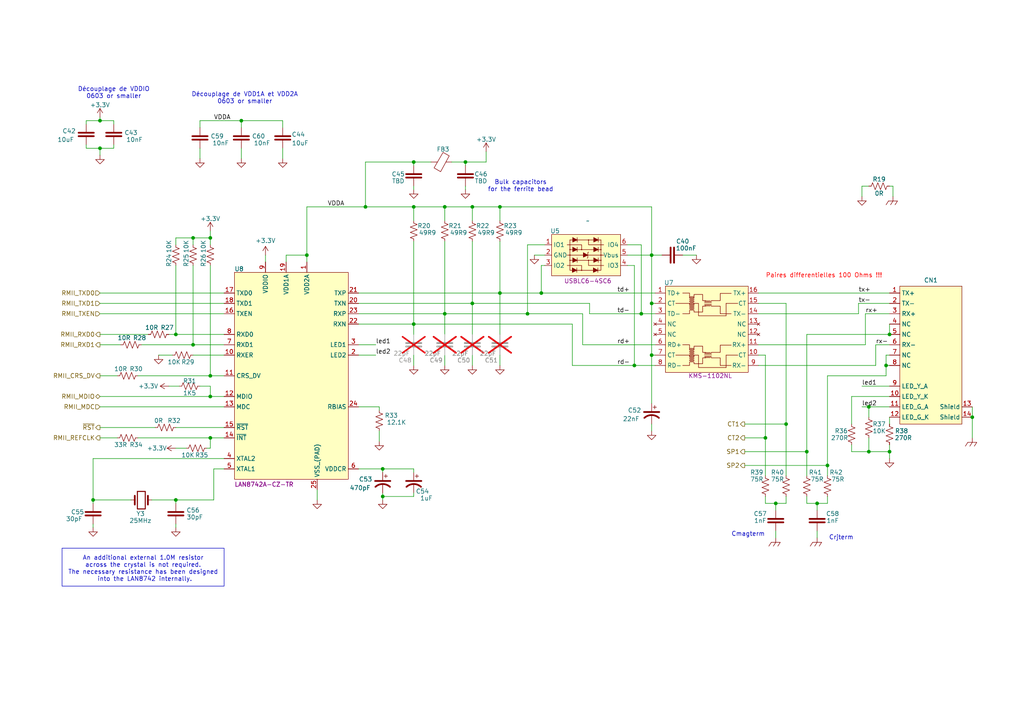
<source format=kicad_sch>
(kicad_sch (version 20250114) (generator "eeschema") (generator_version "9.0")
  (paper "A4")
  (lib_symbols
    (symbol "Diodes:USBLC6-4SC6"
      (property "Reference" "U" (at 2 4 0))
      (property "Part#" "USBLC6-4SC6" (at 12.5 -10.5 0))
      (symbol "USBLC6-4SC6_0_1"
        (polyline (pts (xy 9.3 -6.7) (xy 9.3 -8)))
        (polyline (pts (xy 9.4 2.1) (xy 9.4 0.8)))
        (polyline (pts (xy 9.4 -0.7) (xy 9.4 -2)))
        (polyline (pts (xy 9.4 -3.8) (xy 9.4 -5.1)))
        (polyline (pts (xy 12.5 -2.3) (xy 12.5 -3.6)))
        (polyline (pts (xy 15.4 -6.7) (xy 15.4 -8)))
        (polyline (pts (xy 15.5 2.1) (xy 15.5 0.8)))
        (polyline (pts (xy 15.5 -0.7) (xy 15.5 -2)))
        (polyline (pts (xy 15.5 -3.8) (xy 15.5 -5.1)))
      )
      (symbol "USBLC6-4SC6_1_1"
        (rectangle (start 2 3) (end 22 -9) (fill (type background)))
        (polyline (pts (xy 6.5 0) (xy 10.7 0) (xy 10.7 -1.4)))
        (polyline (pts (xy 6.5 -3) (xy 17.1 -3)))
        (polyline (pts (xy 6.5 -6) (xy 10.7 -6) (xy 10.7 -7.4)))
        (polyline (pts (xy 7.3 1.4) (xy 7.3 -7.3)))
        (polyline (pts (xy 7.3 1.4) (xy 16.3 1.4)))
        (polyline (pts (xy 7.3 -1.4) (xy 16.3 -1.4)))
        (circle (center 7.3 -1.4) (radius 0.1) (fill (type outline)))
        (circle (center 7.3 -3) (radius 0.1) (fill (type outline)))
        (polyline (pts (xy 7.3 -4.5) (xy 16.3 -4.5)))
        (circle (center 7.3 -4.5) (radius 0.1) (fill (type outline)))
        (polyline (pts (xy 7.3 -7.4) (xy 16.3 -7.4)))
        (polyline (pts (xy 8 -6.7) (xy 8 -8) (xy 9.3 -7.4) (xy 8 -6.7)) (fill (type outline)))
        (polyline (pts (xy 8.1 2.1) (xy 8.1 0.8) (xy 9.4 1.4) (xy 8.1 2.1)) (fill (type outline)))
        (polyline (pts (xy 8.1 -0.7) (xy 8.1 -2) (xy 9.4 -1.4) (xy 8.1 -0.7)) (fill (type outline)))
        (polyline (pts (xy 8.1 -3.8) (xy 8.1 -5.1) (xy 9.4 -4.5) (xy 8.1 -3.8)) (fill (type outline)))
        (circle (center 10.7 -1.4) (radius 0.1) (fill (type outline)))
        (circle (center 10.7 -7.4) (radius 0.1) (fill (type outline)))
        (polyline (pts (xy 11.2 -2.3) (xy 11.2 -3.6) (xy 12.5 -3) (xy 11.2 -2.3)) (fill (type outline)))
        (polyline (pts (xy 12.5 -2.3) (xy 12.7 -2.1)))
        (polyline (pts (xy 12.5 -3.7) (xy 12.3 -3.9)))
        (circle (center 12.7 1.4) (radius 0.1) (fill (type outline)))
        (circle (center 12.7 -4.5) (radius 0.1) (fill (type outline)))
        (polyline (pts (xy 14.1 -6.7) (xy 14.1 -8) (xy 15.4 -7.4) (xy 14.1 -6.7)) (fill (type outline)))
        (polyline (pts (xy 14.2 2.1) (xy 14.2 0.8) (xy 15.5 1.4) (xy 14.2 2.1)) (fill (type outline)))
        (polyline (pts (xy 14.2 -0.7) (xy 14.2 -2) (xy 15.5 -1.4) (xy 14.2 -0.7)) (fill (type outline)))
        (polyline (pts (xy 14.2 -3.8) (xy 14.2 -5.1) (xy 15.5 -4.5) (xy 14.2 -3.8)) (fill (type outline)))
        (polyline (pts (xy 16.3 1.4) (xy 16.3 -7.3)))
        (circle (center 16.3 -1.4) (radius 0.1) (fill (type outline)))
        (circle (center 16.3 -3) (radius 0.1) (fill (type outline)))
        (circle (center 16.3 -4.5) (radius 0.1) (fill (type outline)))
        (polyline (pts (xy 17.1 0) (xy 12.7 0) (xy 12.7 1.4)))
        (polyline (pts (xy 17.1 -6) (xy 12.7 -6) (xy 12.7 -4.6)))
        (pin input line (at 0 0 0) (length 2) (name "IO1") (number "1"))
        (pin input line (at 0 -3 0) (length 2) (name "GND") (number "2"))
        (pin input line (at 0 -6 0) (length 2) (name "IO2") (number "3"))
        (pin input line (at 24 0 180) (length 2) (name "IO4") (number "6"))
        (pin input line (at 24 -3 180) (length 2) (name "Vbus") (number "5"))
        (pin input line (at 24 -6 180) (length 2) (name "IO3") (number "4"))
      )
    )
    (symbol "Ethernet:KMS-1102NL"
      (property "Reference" "U" (at 3 3 0))
      (property "Part#" "KMS-1102NL" (at 16 -24 0))
      (symbol "KMS-1102NL_0_0"
        (polyline (pts (xy 6 -3) (xy 10 -3)))
        (polyline (pts (xy 6 -18) (xy 10 -18)))
        (polyline (pts (xy 16.4 -2.2) (xy 18.9 -2.2) (xy 18.9 -0.1) (xy 22.1 -0.1)))
        (polyline (pts (xy 16.4 -17.2) (xy 18.9 -17.2) (xy 18.9 -15.1) (xy 22.1 -15.1)))
        (polyline (pts (xy 20.6 -6.6) (xy 12.6 -6.6) (xy 12.6 -3) (xy 11.3 -3)))
        (polyline (pts (xy 20.6 -21.6) (xy 12.6 -21.6) (xy 12.6 -18) (xy 11.3 -18)))
      )
      (symbol "KMS-1102NL_0_1"
        (arc (start 10 -3) (mid 10.2643 -3.277) (end 10 -3.554))
        (arc (start 10 -18) (mid 10.2643 -18.277) (end 10 -18.554))
        (circle (center 9.9906 -3.254) (radius 0.0762) (stroke (width 0.0254)) (fill (type outline)))
        (circle (center 9.9906 -18.254) (radius 0.0762) (stroke (width 0.0254)) (fill (type outline)))
        (arc (start 10 -2.446) (mid 10.2701 -2.723) (end 10 -3))
        (arc (start 10 -17.446) (mid 10.2701 -17.723) (end 10 -18))
        (polyline (pts (xy 10 -0.9) (xy 10 0) (xy 8 0)))
        (arc (start 10 -0.946) (mid 10.254 -1.2) (end 10 -1.454))
        (circle (center 10 -1.2) (radius 0.0762) (stroke (width 0.0254)) (fill (type outline)))
        (arc (start 10 -1.446) (mid 10.254 -1.7) (end 10 -1.954))
        (arc (start 10 -1.946) (mid 10.254 -2.2) (end 10 -2.454))
        (arc (start 10 -3.546) (mid 10.254 -3.8) (end 10 -4.054))
        (arc (start 10 -4.046) (mid 10.254 -4.3) (end 10 -4.554))
        (arc (start 10 -4.546) (mid 10.254 -4.8) (end 10 -5.054))
        (polyline (pts (xy 10 -5.1) (xy 10 -6) (xy 8 -6)))
        (polyline (pts (xy 10 -15.9) (xy 10 -15) (xy 8 -15)))
        (arc (start 10 -15.946) (mid 10.254 -16.2) (end 10 -16.454))
        (circle (center 10 -16.2) (radius 0.0762) (stroke (width 0.0254)) (fill (type outline)))
        (arc (start 10 -16.446) (mid 10.254 -16.7) (end 10 -16.954))
        (arc (start 10 -16.946) (mid 10.254 -17.2) (end 10 -17.454))
        (arc (start 10 -18.546) (mid 10.254 -18.8) (end 10 -19.054))
        (arc (start 10 -19.046) (mid 10.254 -19.3) (end 10 -19.554))
        (arc (start 10 -19.546) (mid 10.254 -19.8) (end 10 -20.054))
        (polyline (pts (xy 10 -20.1) (xy 10 -21) (xy 8 -21)))
        (polyline (pts (xy 10.524 -5.032) (xy 10.524 -0.968)))
        (polyline (pts (xy 10.524 -20.032) (xy 10.524 -15.968)))
        (polyline (pts (xy 10.778 -0.968) (xy 10.778 -5.032)))
        (polyline (pts (xy 10.778 -15.968) (xy 10.778 -20.032)))
        (circle (center 11.3 -1.2) (radius 0.0762) (stroke (width 0.0254)) (fill (type outline)))
        (arc (start 11.3 -1.454) (mid 11.046 -1.2) (end 11.3 -0.946))
        (arc (start 11.3 -1.954) (mid 11.046 -1.7) (end 11.3 -1.446))
        (arc (start 11.3 -2.454) (mid 11.046 -2.2) (end 11.3 -1.946))
        (arc (start 11.3 -4.054) (mid 11.046 -3.8) (end 11.3 -3.546))
        (arc (start 11.3 -4.554) (mid 11.046 -4.3) (end 11.3 -4.046))
        (arc (start 11.3 -5.054) (mid 11.046 -4.8) (end 11.3 -4.546))
        (polyline (pts (xy 11.3 -5.1) (xy 11.3 -5.5) (xy 13.8 -5.5) (xy 13.8 -3.8) (xy 14.3 -3.8)))
        (circle (center 11.3 -16.2) (radius 0.0762) (stroke (width 0.0254)) (fill (type outline)))
        (arc (start 11.3 -16.454) (mid 11.046 -16.2) (end 11.3 -15.946))
        (arc (start 11.3 -16.954) (mid 11.046 -16.7) (end 11.3 -16.446))
        (arc (start 11.3 -17.454) (mid 11.046 -17.2) (end 11.3 -16.946))
        (arc (start 11.3 -19.054) (mid 11.046 -18.8) (end 11.3 -18.546))
        (arc (start 11.3 -19.554) (mid 11.046 -19.3) (end 11.3 -19.046))
        (arc (start 11.3 -20.054) (mid 11.046 -19.8) (end 11.3 -19.546))
        (polyline (pts (xy 11.3 -20.1) (xy 11.3 -20.5) (xy 13.8 -20.5) (xy 13.8 -18.8) (xy 14.3 -18.8)))
        (arc (start 11.3 -3) (mid 11.0299 -2.723) (end 11.3 -2.446))
        (arc (start 11.3 -18) (mid 11.0299 -17.723) (end 11.3 -17.446))
        (circle (center 11.3094 -3.254) (radius 0.0762) (stroke (width 0.0254)) (fill (type outline)))
        (circle (center 11.3094 -18.254) (radius 0.0762) (stroke (width 0.0254)) (fill (type outline)))
        (arc (start 11.3 -3.554) (mid 11.0357 -3.277) (end 11.3 -3))
        (arc (start 11.3 -18.554) (mid 11.0357 -18.277) (end 11.3 -18))
        (polyline (pts (xy 14.3 -2.2) (xy 13.8 -2.2) (xy 13.8 -0.4) (xy 11.3 -0.4) (xy 11.3 -0.9)))
        (polyline (pts (xy 14.3 -17.2) (xy 13.8 -17.2) (xy 13.8 -15.4) (xy 11.3 -15.4) (xy 11.3 -15.9)))
        (polyline (pts (xy 14.334 -2.746) (xy 16.366 -2.746)))
        (polyline (pts (xy 14.334 -17.746) (xy 16.366 -17.746)))
        (circle (center 14.588 -2.2126) (radius 0.0762) (stroke (width 0.0254)) (fill (type outline)))
        (circle (center 14.588 -3.7874) (radius 0.0762) (stroke (width 0.0254)) (fill (type outline)))
        (circle (center 14.588 -17.2126) (radius 0.0762) (stroke (width 0.0254)) (fill (type outline)))
        (circle (center 14.588 -18.7874) (radius 0.0762) (stroke (width 0.0254)) (fill (type outline)))
        (arc (start 14.854 -2.2) (mid 14.6 -2.4528) (end 14.346 -2.2))
        (arc (start 14.346 -3.8) (mid 14.6 -3.5471) (end 14.854 -3.8))
        (arc (start 14.854 -17.2) (mid 14.6 -17.4529) (end 14.346 -17.2))
        (arc (start 14.346 -18.8) (mid 14.6 -18.5471) (end 14.854 -18.8))
        (arc (start 15.354 -2.2) (mid 15.1 -2.4528) (end 14.846 -2.2))
        (arc (start 14.846 -3.8) (mid 15.1 -3.5471) (end 15.354 -3.8))
        (arc (start 15.354 -17.2) (mid 15.1 -17.4529) (end 14.846 -17.2))
        (arc (start 14.846 -18.8) (mid 15.1 -18.5471) (end 15.354 -18.8))
        (arc (start 15.854 -2.2) (mid 15.6 -2.4528) (end 15.346 -2.2))
        (arc (start 15.346 -3.8) (mid 15.6 -3.5471) (end 15.854 -3.8))
        (arc (start 15.854 -17.2) (mid 15.6 -17.4529) (end 15.346 -17.2))
        (arc (start 15.346 -18.8) (mid 15.6 -18.5471) (end 15.854 -18.8))
        (arc (start 16.354 -2.2) (mid 16.1 -2.4528) (end 15.846 -2.2))
        (arc (start 15.846 -3.8) (mid 16.1 -3.5471) (end 16.354 -3.8))
        (arc (start 16.354 -17.2) (mid 16.1 -17.4529) (end 15.846 -17.2))
        (arc (start 15.846 -18.8) (mid 16.1 -18.5471) (end 16.354 -18.8))
        (polyline (pts (xy 16.366 -3.254) (xy 14.334 -3.254)))
        (polyline (pts (xy 16.366 -18.254) (xy 14.334 -18.254)))
        (polyline (pts (xy 16.4 -3.8) (xy 18.9 -3.8) (xy 18.9 -6)))
        (polyline (pts (xy 16.4 -18.8) (xy 18.9 -18.8) (xy 18.9 -21)))
        (polyline (pts (xy 18.9 -6) (xy 22.075 -6)))
        (polyline (pts (xy 18.9 -21) (xy 22.075 -21)))
        (polyline (pts (xy 20.6 -3) (xy 20.6 -6.6)))
        (polyline (pts (xy 20.6 -3) (xy 24 -3)))
        (polyline (pts (xy 20.6 -18) (xy 20.6 -21.6)))
        (polyline (pts (xy 20.6 -18) (xy 24 -18)))
      )
      (symbol "KMS-1102NL_1_1"
        (rectangle (start 3 2) (end 27 -23) (fill (type background)))
        (pin passive line (at 0 0 0) (length 3) (name "TD+") (number "1"))
        (pin passive line (at 0 -3 0) (length 3) (name "CT") (number "2"))
        (pin passive line (at 0 -6 0) (length 3) (name "TD-") (number "3"))
        (pin no_connect line (at 0 -9 0) (length 3) (name "NC") (number "4"))
        (pin no_connect line (at 0 -12 0) (length 3) (name "NC") (number "5"))
        (pin passive line (at 0 -15 0) (length 3) (name "RD+") (number "6"))
        (pin passive line (at 0 -18 0) (length 3) (name "CT") (number "7"))
        (pin passive line (at 0 -21 0) (length 3) (name "RD-") (number "8"))
        (pin passive line (at 30 0 180) (length 3) (name "TX+") (number "16"))
        (pin passive line (at 30 -3 180) (length 3) (name "CT") (number "15"))
        (pin passive line (at 30 -6 180) (length 3) (name "TX-") (number "14"))
        (pin no_connect line (at 30 -9 180) (length 3) (name "NC") (number "13"))
        (pin no_connect line (at 30 -12 180) (length 3) (name "NC") (number "12"))
        (pin passive line (at 30 -15 180) (length 3) (name "RX+") (number "11"))
        (pin passive line (at 30 -18 180) (length 3) (name "CT") (number "10"))
        (pin passive line (at 30 -21 180) (length 3) (name "RX-") (number "9"))
      )
    )
    (symbol "Ethernet:LAN8742A"
      (property "Reference" "U" (at 3 7 0))
      (property "Part#" "LAN8742A-CZ-TR" (at 3 -55.5 0))
      (symbol "LAN8742A_1_1"
        (rectangle (start 3 6) (end 36 -54) (fill (type background)))
        (pin passive line (at 0 0 0) (length 3) (name "TXD0") (number "17"))
        (pin passive line (at 0 -3 0) (length 3) (name "TXD1") (number "18"))
        (pin passive line (at 0 -6 0) (length 3) (name "TXEN") (number "16"))
        (pin passive line (at 0 -12 0) (length 3) (name "RXD0") (number "8"))
        (pin passive line (at 0 -15 0) (length 3) (name "RXD1") (number "7"))
        (pin passive line (at 0 -18 0) (length 3) (name "RXER") (number "10"))
        (pin passive line (at 0 -24 0) (length 3) (name "CRS_DV") (number "11"))
        (pin passive line (at 0 -30 0) (length 3) (name "MDIO") (number "12"))
        (pin passive line (at 0 -33 0) (length 3) (name "MDC") (number "13"))
        (pin passive line (at 0 -39 0) (length 3) (name "~{RST}") (number "15"))
        (pin passive line (at 0 -42 0) (length 3) (name "~{INT}") (number "14"))
        (pin passive line (at 0 -48 0) (length 3) (name "XTAL2") (number "4"))
        (pin passive line (at 0 -51 0) (length 3) (name "XTAL1") (number "5"))
        (pin passive line (at 12 9 270) (length 3) (name "VDDIO") (number "9"))
        (pin passive line (at 18 9 270) (length 3) (name "VDD1A") (number "19"))
        (pin passive line (at 24 9 270) (length 3) (name "VDD2A") (number "1"))
        (pin passive line (at 27 -57 90) (length 3) (name "VSS_(PAD)") (number "25"))
        (pin passive line (at 39 0 180) (length 3) (name "TXP") (number "21"))
        (pin passive line (at 39 -3 180) (length 3) (name "TXN") (number "20"))
        (pin passive line (at 39 -6 180) (length 3) (name "RXP") (number "23"))
        (pin passive line (at 39 -9 180) (length 3) (name "RXN") (number "22"))
        (pin passive line (at 39 -15 180) (length 3) (name "LED1") (number "3"))
        (pin passive line (at 39 -18 180) (length 3) (name "LED2") (number "2"))
        (pin passive line (at 39 -33 180) (length 3) (name "RBIAS") (number "24"))
        (pin passive line (at 39 -51 180) (length 3) (name "VDDCR") (number "6"))
      )
    )
    (symbol "Generics:C" (pin_numbers (hide yes)) (pin_names (offset 0) (hide yes))
      (property "Reference" "C" (at 3 3.5 0))
      (property "Value" "NI" (at 3 -3.5 0))
      (symbol "C_0_1"
        (polyline (pts (xy 2.5 -2.2) (xy 2.5 2.2)) (stroke (width 0.508)))
        (polyline (pts (xy 3.5 -2.2) (xy 3.5 2.2)) (stroke (width 0.508)))
      )
      (symbol "C_1_1"
        (pin passive line (at 0 0 0) (length 2.5) (name "1") (number "1"))
        (pin passive line (at 6 0 180) (length 2.5) (name "2") (number "2"))
      )
    )
    (symbol "Generics:C_Polarized" (pin_numbers (hide yes)) (pin_names (offset 0) (hide yes))
      (property "Reference" "C" (at 3 3.5 0))
      (property "Value" "NI" (at 3.1 -3.5 0))
      (symbol "C_Polarized_0_1"
        (polyline (pts (xy 4.9 -0.4) (xy 4.9 -1.416)))
        (polyline (pts (xy 5.408 -0.908) (xy 4.392 -0.908)))
      )
      (symbol "C_Polarized_1_1"
        (arc (start 1.8 2.1) (mid 2.6145 0) (end 1.8 -2.1) (stroke (width 0.5)))
        (polyline (pts (xy 3.5 -2.2) (xy 3.5 2.2)) (stroke (width 0.508)))
        (pin passive line (at 0 0 0) (length 2.7) (name "N") (number "N"))
        (pin passive line (at 6 0 180) (length 2.4) (name "P") (number "P"))
      )
    )
    (symbol "Generics:FB" (pin_numbers (hide yes)) (pin_names (offset 0) (hide yes))
      (property "Reference" "FB" (at 3.5 3.7 0))
      (property "Value" "NI" (at 2.9 -4.1 0))
      (symbol "FB_0_1"
        (polyline (pts (xy 3.5 2.8) (xy 5.3 1.8) (xy 2.8 -2.8) (xy 0.9 -1.7) (xy 3.5 2.8)))
      )
      (symbol "FB_1_1"
        (pin passive line (at 0 0 0) (length 1.85) (name "~") (number "2"))
        (pin passive line (at 6 0 180) (length 1.65) (name "~") (number "1"))
      )
    )
    (symbol "Generics:J_RJ45_w_Leds"
      (property "Reference" "J" (at 12 4 0))
      (symbol "J_RJ45_w_Leds_1_1"
        (rectangle (start 3 2) (end 21 -38) (fill (type background)))
        (pin passive line (at 0 0 0) (length 3) (name "TX+") (number "1"))
        (pin passive line (at 0 -3 0) (length 3) (name "TX-") (number "2"))
        (pin passive line (at 0 -6 0) (length 3) (name "RX+") (number "3"))
        (pin passive line (at 0 -9 0) (length 3) (name "NC") (number "4"))
        (pin passive line (at 0 -12 0) (length 3) (name "NC") (number "5"))
        (pin passive line (at 0 -15 0) (length 3) (name "RX-") (number "6"))
        (pin passive line (at 0 -18 0) (length 3) (name "NC") (number "7"))
        (pin passive line (at 0 -21 0) (length 3) (name "NC") (number "8"))
        (pin passive line (at 0 -27 0) (length 3) (name "LED_Y_A") (number "9"))
        (pin passive line (at 0 -30 0) (length 3) (name "LED_Y_K") (number "10"))
        (pin passive line (at 0 -33 0) (length 3) (name "LED_G_A") (number "11"))
        (pin passive line (at 0 -36 0) (length 3) (name "LED_G_K") (number "12"))
        (pin passive line (at 24 -33 180) (length 3) (name "Shield") (number "13"))
        (pin passive line (at 24 -36 180) (length 3) (name "Shield") (number "14"))
      )
    )
    (symbol "Generics:R" (pin_numbers (hide yes)) (pin_names (offset 0) (hide yes))
      (property "Reference" "R" (at 3 2 0))
      (property "Value" "NI" (at 3 -2.1 0))
      (symbol "R_0_1"
        (polyline (pts (xy 0.7 0) (xy 1.081 1.016) (xy 1.462 0) (xy 1.843 -1.016) (xy 2.224 0)))
        (polyline (pts (xy 2.224 0) (xy 2.605 1.016) (xy 2.986 0) (xy 3.367 -1.016) (xy 3.748 0)))
        (polyline (pts (xy 3.748 0) (xy 4.129 1.016) (xy 4.51 0) (xy 4.891 -1.016) (xy 5.272 0)))
      )
      (symbol "R_1_1"
        (pin passive line (at 0 0 0) (length 0.7) (name "1") (number "1"))
        (pin passive line (at 6 0 180) (length 0.7) (name "1") (number "2"))
      )
    )
    (symbol "Generics:Y" (pin_numbers (hide yes)) (pin_names (offset 0) (hide yes))
      (property "Reference" "Y" (at 3 3.5 0))
      (property "Value" "NI" (at 3 -3.5 0))
      (symbol "Y_0_1"
        (polyline (pts (xy 1.1 -1.2) (xy 1.1 1.34)) (stroke (width 0.508)))
        (rectangle (start 1.862 2.61) (end 4.148 -2.47) (stroke (width 0.3048)))
        (polyline (pts (xy 4.91 -1.2) (xy 4.91 1.34)) (stroke (width 0.508)))
      )
      (symbol "Y_1_1"
        (pin passive line (at 0 0 0) (length 1.27) (name "1") (number "1"))
        (pin passive line (at 6 0 180) (length 1.27) (name "2") (number "2"))
      )
    )
    (symbol "Power:+3.3V" (power) (pin_numbers (hide yes)) (pin_names (offset 0) (hide yes))
      (property "Value" "+3.3V" (at 0 3.556 0))
      (symbol "+3.3V_0_1"
        (polyline (pts (xy -0.762 1.27) (xy 0 2.54)))
        (polyline (pts (xy 0 2.54) (xy 0.762 1.27)))
        (polyline (pts (xy 0 0) (xy 0 2.54)))
      )
      (symbol "+3.3V_1_1"
        (pin power_in line (at 0 0 90) (length 0) (hide yes) (name "+3.3V") (number "1"))
      )
    )
    (symbol "Power:GND" (power) (pin_numbers (hide yes)) (pin_names (offset 0) (hide yes))
      (symbol "GND_0_1"
        (polyline (pts (xy 0 0) (xy 0 -1.27) (xy 1.27 -1.27) (xy 0 -2.54) (xy -1.27 -1.27) (xy 0 -1.27)))
      )
      (symbol "GND_1_1"
        (pin power_in line (at 0 0 270) (length 0) (hide yes) (name "GND") (number "1"))
      )
    )
    (symbol "Power:GND_CHASSIS" (power) (pin_numbers (hide yes)) (pin_names (offset 0) (hide yes))
      (symbol "GND_CHASSIS_0_1"
        (polyline (pts (xy -1.3 -1.3) (xy -2 -2.4)))
        (polyline (pts (xy 0 0) (xy 0 -1.3) (xy 1.3 -1.3) (xy -1.3 -1.3) (xy 0 -1.3)))
        (polyline (pts (xy 0 -1.3) (xy -0.7 -2.4)))
        (polyline (pts (xy 1.3 -1.3) (xy 0.6 -2.4)))
      )
      (symbol "GND_CHASSIS_1_1"
        (pin power_in line (at 0 0 270) (length 0) (hide yes) (name "CHASSIS") (number "1"))
      )
    )
  )
  (rectangle (start 18 159) (end 65 170))
  (text "Cmagterm" (at 217 155 0) (effects (font (size 1.27 1.27))))
  (text "An additional external 1.0M resistor \nacross the crystal is not required. \nThe necessary resistance has been designed \ninto the LAN8742 internally." (at 42 165 0) (effects (font (size 1.27 1.27))))
  (text "Paires differentielles 100 Ohms !!!" (at 239 80 0) (effects (font (size 1.27 1.27))))
  (text "Découplage de VDD1A et VDD2A\n0603 or smaller" (at 71 28.5 0) (effects (font (size 1.27 1.27))))
  (text "Bulk capacitors\nfor the ferrite bead" (at 151 54 0) (effects (font (size 1.27 1.27))))
  (text "Découplage de VDDIO\n0603 or smaller" (at 33 27 0) (effects (font (size 1.27 1.27))))
  (text "Crjterm" (at 244 156 0) (effects (font (size 1.27 1.27))))
  (junction (at 120 60))
  (junction (at 61 127))
  (junction (at 135 47))
  (junction (at 252 131))
  (junction (at 240 135))
  (junction (at 61 115))
  (junction (at 189 103))
  (junction (at 120 94))
  (junction (at 120 47))
  (junction (at 106 60))
  (junction (at 56 69))
  (junction (at 129 60))
  (junction (at 228 123))
  (junction (at 258 131))
  (junction (at 222 127))
  (junction (at 157 85))
  (junction (at 189 88))
  (junction (at 29 35))
  (junction (at 27 145))
  (junction (at 61 69))
  (junction (at 189 74))
  (junction (at 137 88))
  (junction (at 145 60))
  (junction (at 225 146))
  (junction (at 137 60))
  (junction (at 237 146))
  (junction (at 257 106))
  (junction (at 129 91))
  (junction (at 252 118))
  (junction (at 258 97))
  (junction (at 51 97))
  (junction (at 153 91))
  (junction (at 89 74))
  (junction (at 56 100))
  (junction (at 111 144))
  (junction (at 29 43))
  (junction (at 282 121))
  (junction (at 111 136))
  (junction (at 186 91))
  (junction (at 234 131))
  (junction (at 51 145))
  (junction (at 184 106))
  (junction (at 61 109))
  (junction (at 70 35))
  (junction (at 145 85))
  (wire (pts (xy 220 85) (xy 258 85)))
  (wire (pts (xy 153 71) (xy 158 71)))
  (wire (pts (xy 171 91) (xy 186 91)))
  (wire (pts (xy 104 91) (xy 129 91)))
  (wire (pts (xy 222 103) (xy 222 127)))
  (wire (pts (xy 258 121) (xy 258 123)))
  (wire (pts (xy 190 88) (xy 189 88)))
  (wire (pts (xy 25 43) (xy 29 43)))
  (wire (pts (xy 135 54) (xy 135 55)))
  (wire (pts (xy 25 35) (xy 25 36)))
  (wire (pts (xy 104 88) (xy 137 88)))
  (wire (pts (xy 190 103) (xy 189 103)))
  (wire (pts (xy 220 103) (xy 222 103)))
  (wire (pts (xy 51 145) (xy 62 145)))
  (wire (pts (xy 58 35) (xy 70 35)))
  (wire (pts (xy 189 88) (xy 189 103)))
  (wire (pts (xy 250 118) (xy 252 118)))
  (wire (pts (xy 251 91) (xy 258 91)))
  (wire (pts (xy 189 60) (xy 189 74)))
  (wire (pts (xy 157 77) (xy 157 85)))
  (wire (pts (xy 120 70) (xy 120 94)))
  (wire (pts (xy 166 94) (xy 120 94)))
  (wire (pts (xy 220 100) (xy 251 100)))
  (wire (pts (xy 56 100) (xy 65 100)))
  (wire (pts (xy 61 109) (xy 65 109)))
  (wire (pts (xy 220 106) (xy 254 106)))
  (wire (pts (xy 145 85) (xy 145 97)))
  (wire (pts (xy 62 145) (xy 62 136)))
  (wire (pts (xy 82 35) (xy 82 37)))
  (wire (pts (xy 257 103) (xy 257 106)))
  (wire (pts (xy 251 91) (xy 251 100)))
  (wire (pts (xy 61 69) (xy 61 71)))
  (wire (pts (xy 252 118) (xy 258 118)))
  (wire (pts (xy 216 135) (xy 240 135)))
  (wire (pts (xy 120 47) (xy 125 47)))
  (wire (pts (xy 120 60) (xy 129 60)))
  (wire (pts (xy 250 57) (xy 250 54)))
  (wire (pts (xy 61 127) (xy 61 130)))
  (wire (pts (xy 237 154) (xy 237 156)))
  (wire (pts (xy 145 85) (xy 157 85)))
  (wire (pts (xy 29 118) (xy 65 118)))
  (wire (pts (xy 186 71) (xy 186 91)))
  (wire (pts (xy 153 71) (xy 153 91)))
  (wire (pts (xy 257 109) (xy 257 106)))
  (wire (pts (xy 61 67) (xy 61 69)))
  (wire (pts (xy 247 115) (xy 258 115)))
  (wire (pts (xy 169 91) (xy 169 100)))
  (wire (pts (xy 157 85) (xy 190 85)))
  (wire (pts (xy 70 35) (xy 82 35)))
  (wire (pts (xy 29 88) (xy 65 88)))
  (wire (pts (xy 104 136) (xy 111 136)))
  (wire (pts (xy 120 136) (xy 120 137)))
  (wire (pts (xy 129 91) (xy 153 91)))
  (wire (pts (xy 137 70) (xy 137 88)))
  (wire (pts (xy 252 127) (xy 252 131)))
  (wire (pts (xy 225 154) (xy 225 156)))
  (wire (pts (xy 120 143) (xy 120 144)))
  (wire (pts (xy 56 69) (xy 56 71)))
  (wire (pts (xy 41 100) (xy 56 100)))
  (wire (pts (xy 250 54) (xy 252 54)))
  (wire (pts (xy 104 100) (xy 109 100)))
  (wire (pts (xy 25 42) (xy 25 43)))
  (wire (pts (xy 89 74) (xy 89 76)))
  (wire (pts (xy 27 145) (xy 27 146)))
  (wire (pts (xy 166 106) (xy 184 106)))
  (wire (pts (xy 249 88) (xy 258 88)))
  (wire (pts (xy 228 144) (xy 228 146)))
  (wire (pts (xy 189 103) (xy 189 117)))
  (wire (pts (xy 51 124) (xy 65 124)))
  (wire (pts (xy 104 85) (xy 145 85)))
  (wire (pts (xy 137 60) (xy 145 60)))
  (wire (pts (xy 129 70) (xy 129 91)))
  (wire (pts (xy 51 69) (xy 56 69)))
  (wire (pts (xy 61 127) (xy 65 127)))
  (wire (pts (xy 129 60) (xy 129 64)))
  (wire (pts (xy 234 97) (xy 258 97)))
  (wire (pts (xy 254 100) (xy 254 106)))
  (wire (pts (xy 27 133) (xy 27 145)))
  (wire (pts (xy 228 88) (xy 228 123)))
  (wire (pts (xy 153 91) (xy 169 91)))
  (wire (pts (xy 106 47) (xy 120 47)))
  (wire (pts (xy 61 77) (xy 61 109)))
  (wire (pts (xy 27 133) (xy 65 133)))
  (wire (pts (xy 51 77) (xy 51 97)))
  (wire (pts (xy 110 118) (xy 110 119)))
  (wire (pts (xy 29 43) (xy 29 45)))
  (wire (pts (xy 27 152) (xy 27 153)))
  (wire (pts (xy 234 146) (xy 237 146)))
  (wire (pts (xy 145 60) (xy 189 60)))
  (wire (pts (xy 49 112) (xy 52 112)))
  (wire (pts (xy 141 44) (xy 141 47)))
  (wire (pts (xy 225 146) (xy 228 146)))
  (wire (pts (xy 58 43) (xy 58 46)))
  (wire (pts (xy 56 77) (xy 56 100)))
  (wire (pts (xy 40 127) (xy 61 127)))
  (wire (pts (xy 83 74) (xy 89 74)))
  (wire (pts (xy 104 118) (xy 110 118)))
  (wire (pts (xy 220 91) (xy 249 91)))
  (wire (pts (xy 29 109) (xy 34 109)))
  (wire (pts (xy 92 142) (xy 92 145)))
  (wire (pts (xy 111 144) (xy 111 145)))
  (wire (pts (xy 27 145) (xy 38 145)))
  (wire (pts (xy 51 97) (xy 65 97)))
  (wire (pts (xy 89 60) (xy 89 74)))
  (wire (pts (xy 44 145) (xy 51 145)))
  (wire (pts (xy 120 47) (xy 120 48)))
  (wire (pts (xy 61 112) (xy 61 115)))
  (wire (pts (xy 29 100) (xy 35 100)))
  (wire (pts (xy 222 127) (xy 222 138)))
  (wire (pts (xy 29 91) (xy 65 91)))
  (wire (pts (xy 29 124) (xy 45 124)))
  (wire (pts (xy 257 106) (xy 258 106)))
  (wire (pts (xy 258 131) (xy 252 131)))
  (wire (pts (xy 104 94) (xy 120 94)))
  (wire (pts (xy 237 146) (xy 240 146)))
  (wire (pts (xy 189 74) (xy 192 74)))
  (wire (pts (xy 129 91) (xy 129 97)))
  (wire (pts (xy 240 144) (xy 240 146)))
  (wire (pts (xy 189 123) (xy 189 125)))
  (wire (pts (xy 51 146) (xy 51 145)))
  (wire (pts (xy 257 103) (xy 258 103)))
  (wire (pts (xy 258 54) (xy 259 54)))
  (wire (pts (xy 145 60) (xy 145 64)))
  (wire (pts (xy 111 136) (xy 111 137)))
  (wire (pts (xy 182 77) (xy 184 77)))
  (wire (pts (xy 222 144) (xy 222 146)))
  (wire (pts (xy 137 88) (xy 137 97)))
  (wire (pts (xy 33 35) (xy 33 36)))
  (wire (pts (xy 182 74) (xy 189 74)))
  (wire (pts (xy 33 42) (xy 33 43)))
  (wire (pts (xy 61 115) (xy 65 115)))
  (wire (pts (xy 120 103) (xy 120 106)))
  (wire (pts (xy 129 103) (xy 129 106)))
  (wire (pts (xy 282 118) (xy 282 121)))
  (wire (pts (xy 137 103) (xy 137 106)))
  (wire (pts (xy 247 115) (xy 247 123)))
  (wire (pts (xy 58 112) (xy 61 112)))
  (wire (pts (xy 225 146) (xy 225 148)))
  (wire (pts (xy 250 112) (xy 258 112)))
  (wire (pts (xy 234 97) (xy 234 131)))
  (wire (pts (xy 198 74) (xy 202 74)))
  (wire (pts (xy 46 103) (xy 50 103)))
  (wire (pts (xy 83 76) (xy 83 74)))
  (wire (pts (xy 254 100) (xy 258 100)))
  (wire (pts (xy 228 123) (xy 228 138)))
  (wire (pts (xy 56 69) (xy 61 69)))
  (wire (pts (xy 111 136) (xy 120 136)))
  (wire (pts (xy 252 118) (xy 252 121)))
  (wire (pts (xy 104 103) (xy 109 103)))
  (wire (pts (xy 62 136) (xy 65 136)))
  (wire (pts (xy 155 74) (xy 158 74)))
  (wire (pts (xy 240 109) (xy 240 135)))
  (wire (pts (xy 186 91) (xy 190 91)))
  (wire (pts (xy 259 54) (xy 259 57)))
  (wire (pts (xy 89 60) (xy 106 60)))
  (wire (pts (xy 182 71) (xy 186 71)))
  (wire (pts (xy 29 35) (xy 33 35)))
  (wire (pts (xy 240 109) (xy 257 109)))
  (wire (pts (xy 106 47) (xy 106 60)))
  (wire (pts (xy 247 129) (xy 247 131)))
  (wire (pts (xy 111 143) (xy 111 144)))
  (wire (pts (xy 137 88) (xy 171 88)))
  (wire (pts (xy 51 130) (xy 54 130)))
  (wire (pts (xy 137 60) (xy 137 64)))
  (wire (pts (xy 216 123) (xy 228 123)))
  (wire (pts (xy 29 34) (xy 29 35)))
  (wire (pts (xy 51 69) (xy 51 71)))
  (wire (pts (xy 29 127) (xy 34 127)))
  (wire (pts (xy 145 103) (xy 145 106)))
  (wire (pts (xy 184 106) (xy 190 106)))
  (wire (pts (xy 166 94) (xy 166 106)))
  (wire (pts (xy 157 77) (xy 158 77)))
  (wire (pts (xy 106 60) (xy 120 60)))
  (wire (pts (xy 169 100) (xy 190 100)))
  (wire (pts (xy 216 131) (xy 234 131)))
  (wire (pts (xy 240 135) (xy 240 138)))
  (wire (pts (xy 135 48) (xy 135 47)))
  (wire (pts (xy 135 47) (xy 141 47)))
  (wire (pts (xy 258 131) (xy 258 133)))
  (wire (pts (xy 120 60) (xy 120 64)))
  (wire (pts (xy 171 88) (xy 171 91)))
  (wire (pts (xy 234 144) (xy 234 146)))
  (wire (pts (xy 120 94) (xy 120 97)))
  (wire (pts (xy 25 35) (xy 29 35)))
  (wire (pts (xy 77 74) (xy 77 76)))
  (wire (pts (xy 222 146) (xy 225 146)))
  (wire (pts (xy 56 103) (xy 65 103)))
  (wire (pts (xy 247 131) (xy 252 131)))
  (wire (pts (xy 49 97) (xy 51 97)))
  (wire (pts (xy 249 88) (xy 249 91)))
  (wire (pts (xy 29 85) (xy 65 85)))
  (wire (pts (xy 58 35) (xy 58 37)))
  (wire (pts (xy 82 43) (xy 82 46)))
  (wire (pts (xy 184 77) (xy 184 106)))
  (wire (pts (xy 234 131) (xy 234 138)))
  (wire (pts (xy 131 47) (xy 135 47)))
  (wire (pts (xy 282 121) (xy 282 127)))
  (wire (pts (xy 216 127) (xy 222 127)))
  (wire (pts (xy 120 54) (xy 120 55)))
  (wire (pts (xy 40 109) (xy 61 109)))
  (wire (pts (xy 258 129) (xy 258 131)))
  (wire (pts (xy 29 97) (xy 43 97)))
  (wire (pts (xy 111 144) (xy 120 144)))
  (wire (pts (xy 70 43) (xy 70 46)))
  (wire (pts (xy 258 94) (xy 258 97)))
  (wire (pts (xy 220 88) (xy 228 88)))
  (wire (pts (xy 110 125) (xy 110 128)))
  (wire (pts (xy 51 152) (xy 51 153)))
  (wire (pts (xy 70 35) (xy 70 37)))
  (wire (pts (xy 29 43) (xy 33 43)))
  (wire (pts (xy 145 70) (xy 145 85)))
  (wire (pts (xy 60 130) (xy 61 130)))
  (wire (pts (xy 29 115) (xy 61 115)))
  (wire (pts (xy 189 74) (xy 189 88)))
  (wire (pts (xy 129 60) (xy 137 60)))
  (wire (pts (xy 237 146) (xy 237 148)))
  (label "VDDA" (at 95 60 0))
  (label "led2" (at 250 118 0))
  (label "rd+" (at 179 100 0))
  (label "td+" (at 179 85 0))
  (label "led1" (at 109 100 0))
  (label "VDDA" (at 62 35 0))
  (label "rx-" (at 254 100 0))
  (label "rd-" (at 179 106 0))
  (label "led2" (at 109 103 0))
  (label "tx+" (at 249 85 0))
  (label "led1" (at 250 112 0))
  (label "rx+" (at 251 91 0))
  (label "td-" (at 179 91 0))
  (label "tx-" (at 249 88 0))
  (hierarchical_label "RMII_RXD0" (shape output) (at 29 97 180))
  (hierarchical_label "RMII_TXD1" (shape input) (at 29 88 180))
  (hierarchical_label "RMII_TXD0" (shape input) (at 29 85 180))
  (hierarchical_label "SP1" (shape output) (at 216 131 180))
  (hierarchical_label "CT1" (shape output) (at 216 123 180))
  (hierarchical_label "RMII_REFCLK" (shape output) (at 29 127 180))
  (hierarchical_label "SP2" (shape output) (at 216 135 180))
  (hierarchical_label "RMII_MDC" (shape input) (at 29 118 180))
  (hierarchical_label "CT2" (shape output) (at 216 127 180))
  (hierarchical_label "RMII_RXD1" (shape output) (at 29 100 180))
  (hierarchical_label "~{RST}" (shape output) (at 29 124 180))
  (hierarchical_label "RMII_MDIO" (shape bidirectional) (at 29 115 180))
  (hierarchical_label "RMII_TXEN" (shape input) (at 29 91 180))
  (hierarchical_label "RMII_CRS_DV" (shape output) (at 29 109 180))
  (symbol (lib_id "Power:GND") (at 120 106 0) (unit 1)
    (property "Reference" "#PWR049" (effects (hide yes)))
    (property "Value" "GND" (effects (hide yes)))
    (property "Description" "Power symbol creates a global label with name \"GND\"" (effects (hide yes)))
  )
  (symbol (lib_id "Power:GND") (at 111 145 0) (unit 1)
    (property "Reference" "#PWR060" (effects (hide yes)))
    (property "Value" "GND" (effects (hide yes)))
    (property "Description" "Power symbol creates a global label with name \"GND\"" (effects (hide yes)))
  )
  (symbol (lib_id "Generics:R") (at 137 70 90) (unit 1)
    (property "Reference" "R22" (at 140 65.5 90) (effects (font (size 1.25 1.25))))
    (property "Value" "49R9" (at 141 67.5 90) (effects (font (size 1.25 1.25))))
    (property "Footprint" "Generics:R_0402" (effects (hide yes)))
    (property "Description" "Resistor" (effects (hide yes)))
    (property "LCSC Part #" "C25120" (effects (hide yes)))
  )
  (symbol (lib_id "Generics:R") (at 228 144 90) (unit 1)
    (property "Reference" "R40" (at 225.5 137 90) (effects (font (size 1.25 1.25))))
    (property "Value" "75R" (at 225.5 139 90) (effects (font (size 1.25 1.25))))
    (property "Description" "Resistor" (effects (hide yes)))
  )
  (symbol (lib_id "Power:GND") (at 258 133 0) (unit 1)
    (property "Reference" "#PWR058" (effects (hide yes)))
    (property "Value" "GND" (effects (hide yes)))
    (property "Description" "Power symbol creates a global label with name \"GND\"" (effects (hide yes)))
  )
  (symbol (lib_id "Generics:C") (at 129 97 270) (unit 1) (dnp yes)
    (property "Reference" "C49" (at 126.5 104.5 90) (effects (font (size 1.25 1.25))))
    (property "Value" "22pF" (at 125.5 102.5 90) (effects (font (size 1.25 1.25))))
    (property "Footprint" "Generics:C_0603" (effects (hide yes)))
    (property "Description" "Unpolarized capacitor" (effects (hide yes)))
    (property "LCSC Part #" "C1653" (effects (hide yes)))
  )
  (symbol (lib_id "Generics:R") (at 234 144 90) (unit 1)
    (property "Reference" "R41" (at 236.5 137 90) (effects (font (size 1.25 1.25))))
    (property "Value" "75R" (at 237 139 90) (effects (font (size 1.25 1.25))))
    (property "Description" "Resistor" (effects (hide yes)))
  )
  (symbol (lib_id "Generics:R") (at 145 70 90) (unit 1)
    (property "Reference" "R23" (at 148 65.5 90) (effects (font (size 1.25 1.25))))
    (property "Value" "49R9" (at 149 67.5 90) (effects (font (size 1.25 1.25))))
    (property "Footprint" "Generics:R_0402" (effects (hide yes)))
    (property "Description" "Resistor" (effects (hide yes)))
    (property "LCSC Part #" "C25120" (effects (hide yes)))
  )
  (symbol (lib_id "Generics:R") (at 61 77 90) (unit 1)
    (property "Reference" "R26" (at 59 75.5 0) (effects (font (size 1.25 1.25))))
    (property "Value" "10K" (at 59 71.5 0) (effects (font (size 1.25 1.25))))
    (property "Footprint" "Generics:R_0402" (effects (hide yes)))
    (property "Description" "Resistor" (effects (hide yes)))
    (property "LCSC Part #" "C25744" (effects (hide yes)))
  )
  (symbol (lib_id "Power:+3.3V") (at 61 67 0) (unit 1)
    (property "Reference" "#PWR044" (effects (hide yes)))
    (property "Value" "+3.3V" (at 61 63.444 0) (effects (font (size 1.25 1.25))))
    (property "Description" "Power symbol creates a global label with name \"+3.3V\"" (effects (hide yes)))
  )
  (symbol (lib_id "Ethernet:KMS-1102NL") (at 190 85 0) (unit 1)
    (property "Reference" "U7" (at 194 82 0))
    (property "Description" "Ethernet Magnetics - 100M Base-T" (effects (hide yes)))
    (property "Part#" "KMS-1102NL" (at 206 109 0) (effects (font (size 1.25 1.25))))
  )
  (symbol (lib_id "Power:+3.3V") (at 141 44 0) (unit 1)
    (property "Reference" "#PWR035" (effects (hide yes)))
    (property "Value" "+3.3V" (at 141 40.444 0) (effects (font (size 1.25 1.25))))
    (property "Description" "Power symbol creates a global label with name \"+3.3V\"" (effects (hide yes)))
  )
  (symbol (lib_id "Power:+3.3V") (at 51 130 90) (unit 1)
    (property "Reference" "#PWR057" (effects (hide yes)))
    (property "Value" "+3.3V" (at 45.5 130 90) (effects (font (size 1.25 1.25))))
    (property "Description" "Power symbol creates a global label with name \"+3.3V\"" (effects (hide yes)))
  )
  (symbol (lib_id "Power:GND_CHASSIS") (at 259 57 0) (unit 1)
    (property "Reference" "#PWR043" (effects (hide yes)))
    (property "Value" "GND_CHASSIS" (effects (hide yes)))
    (property "Description" "Power symbol creates a global label with name \"CHASSIS\"" (effects (hide yes)))
  )
  (symbol (lib_id "Generics:R") (at 40 127 180) (unit 1)
    (property "Reference" "R34" (at 39.5 129 0) (effects (font (size 1.25 1.25))))
    (property "Value" "33R" (at 35 129 0) (effects (font (size 1.25 1.25))))
    (property "Description" "Resistor" (effects (hide yes)))
  )
  (symbol (lib_id "Generics:C") (at 82 43 90) (unit 1)
    (property "Reference" "C44" (at 88.5 39 90) (effects (justify left)))
    (property "Value" "10uF" (at 89.5 41.5 90) (effects (justify left)))
    (property "Footprint" "Generics:C_0603" (effects (hide yes)))
    (property "Description" "Unpolarized capacitor" (effects (hide yes)))
    (property "LCSC Part #" "C19702" (effects (hide yes)))
  )
  (symbol (lib_id "Generics:C") (at 120 54 90) (unit 1)
    (property "Reference" "C45" (at 115.5 50.5 90) (effects (font (size 1.25 1.25))))
    (property "Value" "TBD" (at 115.5 52.5 90) (effects (font (size 1.25 1.25))))
    (property "Footprint" "Generics:C_0603" (effects (hide yes)))
    (property "Description" "Unpolarized capacitor" (effects (hide yes)))
  )
  (symbol (lib_id "Power:GND") (at 92 145 0) (unit 1)
    (property "Reference" "#PWR059" (effects (hide yes)))
    (property "Value" "GND" (effects (hide yes)))
    (property "Description" "Power symbol creates a global label with name \"GND\"" (effects (hide yes)))
  )
  (symbol (lib_id "Generics:R") (at 56 77 90) (unit 1)
    (property "Reference" "R25" (at 54 75.5 0) (effects (font (size 1.25 1.25))))
    (property "Value" "10K" (at 54 71.5 0) (effects (font (size 1.25 1.25))))
    (property "Footprint" "Generics:R_0402" (effects (hide yes)))
    (property "Description" "Resistor" (effects (hide yes)))
    (property "LCSC Part #" "C25744" (effects (hide yes)))
  )
  (symbol (lib_id "Power:GND") (at 110 128 0) (unit 1)
    (property "Reference" "#PWR056" (effects (hide yes)))
    (property "Value" "GND" (effects (hide yes)))
    (property "Description" "Power symbol creates a global label with name \"GND\"" (effects (hide yes)))
  )
  (symbol (lib_id "Generics:C_Polarized") (at 111 143 90) (unit 1)
    (property "Reference" "C53" (at 108 139 90) (effects (justify left)))
    (property "Value" "470pF" (at 107.5 141.5 90) (effects (justify left)))
    (property "Description" "Polarized capacitor" (effects (hide yes)))
  )
  (symbol (lib_id "Power:+3.3V") (at 49 112 90) (unit 1)
    (property "Reference" "#PWR053" (effects (hide yes)))
    (property "Value" "+3.3V" (at 43 112 90) (effects (font (size 1.25 1.25))))
    (property "Description" "Power symbol creates a global label with name \"+3.3V\"" (effects (hide yes)))
  )
  (symbol (lib_id "Generics:R") (at 240 144 90) (unit 1)
    (property "Reference" "R42" (at 242.5 137 90) (effects (font (size 1.25 1.25))))
    (property "Value" "75R" (at 243 139 90) (effects (font (size 1.25 1.25))))
    (property "Description" "Resistor" (effects (hide yes)))
  )
  (symbol (lib_id "Power:+3.3V") (at 77 74 0) (unit 1)
    (property "Reference" "#PWR047" (effects (hide yes)))
    (property "Value" "+3.3V" (at 77 69.8 0))
    (property "Description" "Power symbol creates a global label with name \"+3.3V\"" (effects (hide yes)))
  )
  (symbol (lib_id "Generics:R") (at 58 112 180) (unit 1)
    (property "Reference" "R31" (at 55 110.5 0) (effects (font (size 1.25 1.25))))
    (property "Value" "1K5" (at 55 114 0) (effects (font (size 1.25 1.25))))
    (property "Description" "Resistor" (effects (hide yes)))
  )
  (symbol (lib_id "Power:GND") (at 189 125 0) (unit 1)
    (property "Reference" "#PWR054" (effects (hide yes)))
    (property "Value" "GND" (effects (hide yes)))
    (property "Description" "Power symbol creates a global label with name \"GND\"" (effects (hide yes)))
  )
  (symbol (lib_id "Power:GND") (at 51 153 0) (unit 1)
    (property "Reference" "#PWR062" (effects (hide yes)))
    (property "Value" "GND" (effects (hide yes)))
    (property "Description" "Power symbol creates a global label with name \"GND\"" (effects (hide yes)))
  )
  (symbol (lib_id "Generics:R") (at 41 100 180) (unit 1)
    (property "Reference" "R28" (at 40.5 98 0) (effects (font (size 1.25 1.25))))
    (property "Value" "10R" (at 36 98 0) (effects (font (size 1.25 1.25))))
    (property "Footprint" "Generics:R_0402" (effects (hide yes)))
    (property "Description" "Resistor" (effects (hide yes)))
    (property "LCSC Part #" "C25077" (effects (hide yes)))
  )
  (symbol (lib_id "Power:GND_CHASSIS") (at 225 156 0) (unit 1)
    (property "Reference" "#PWR063" (effects (hide yes)))
    (property "Value" "GND_CHASSIS" (effects (hide yes)))
    (property "Description" "Power symbol creates a global label with name \"CHASSIS\"" (effects (hide yes)))
  )
  (symbol (lib_id "Power:GND") (at 250 57 0) (unit 1)
    (property "Reference" "#PWR042" (effects (hide yes)))
    (property "Value" "GND" (effects (hide yes)))
    (property "Description" "Power symbol creates a global label with name \"GND\"" (effects (hide yes)))
  )
  (symbol (lib_id "Generics:C") (at 120 97 270) (unit 1) (dnp yes)
    (property "Reference" "C48" (at 117.5 104.5 90) (effects (font (size 1.25 1.25))))
    (property "Value" "22pF" (at 116.5 102.5 90) (effects (font (size 1.25 1.25))))
    (property "Footprint" "Generics:C_0603" (effects (hide yes)))
    (property "Description" "Unpolarized capacitor" (effects (hide yes)))
    (property "LCSC Part #" "C1653" (effects (hide yes)))
  )
  (symbol (lib_id "Generics:R") (at 120 70 90) (unit 1)
    (property "Reference" "R20" (at 123 65.5 90) (effects (font (size 1.25 1.25))))
    (property "Value" "49R9" (at 124 67.5 90) (effects (font (size 1.25 1.25))))
    (property "Footprint" "Generics:R_0402" (effects (hide yes)))
    (property "Description" "Resistor" (effects (hide yes)))
    (property "LCSC Part #" "C25120" (effects (hide yes)))
  )
  (symbol (lib_id "Generics:FB") (at 125 47 0) (unit 1)
    (property "Reference" "FB3" (at 128.5 43.3 0) (effects (font (size 1.25 1.25))))
    (property "Value" "NI" (effects (hide yes)))
    (property "Description" "Ferrite bead" (effects (hide yes)))
  )
  (symbol (lib_id "Power:GND") (at 120 55 0) (unit 1)
    (property "Reference" "#PWR040" (effects (hide yes)))
    (property "Value" "GND" (effects (hide yes)))
    (property "Description" "Power symbol creates a global label with name \"GND\"" (effects (hide yes)))
  )
  (symbol (lib_id "Generics:C") (at 51 152 90) (unit 1)
    (property "Reference" "C56" (at 56 148 90) (effects (font (size 1.25 1.25))))
    (property "Value" "30pF" (at 56.5 150 90) (effects (font (size 1.25 1.25))))
    (property "Description" "Unpolarized capacitor" (effects (hide yes)))
  )
  (symbol (lib_id "Generics:C") (at 135 54 90) (unit 1)
    (property "Reference" "C46" (at 139.5 50.5 90) (effects (font (size 1.25 1.25))))
    (property "Value" "TBD" (at 139.5 52.5 90) (effects (font (size 1.25 1.25))))
    (property "Footprint" "Generics:C_0603" (effects (hide yes)))
    (property "Description" "Unpolarized capacitor" (effects (hide yes)))
  )
  (symbol (lib_id "Generics:R") (at 51 77 90) (unit 1)
    (property "Reference" "R24" (at 49 75.5 0) (effects (font (size 1.25 1.25))))
    (property "Value" "10K" (at 49 71.5 0) (effects (font (size 1.25 1.25))))
    (property "Footprint" "Generics:R_0402" (effects (hide yes)))
    (property "Description" "Resistor" (effects (hide yes)))
    (property "LCSC Part #" "C25744" (effects (hide yes)))
  )
  (symbol (lib_id "Power:GND") (at 129 106 0) (unit 1)
    (property "Reference" "#PWR050" (effects (hide yes)))
    (property "Value" "GND" (effects (hide yes)))
    (property "Description" "Power symbol creates a global label with name \"GND\"" (effects (hide yes)))
  )
  (symbol (lib_id "Generics:R") (at 252 54 0) (unit 1)
    (property "Reference" "R19" (at 255 52 0) (effects (font (size 1.25 1.25))))
    (property "Value" "0R" (at 255 56.1 0) (effects (font (size 1.25 1.25))))
    (property "Description" "Resistor" (effects (hide yes)))
  )
  (symbol (lib_id "Generics:C") (at 237 154 90) (unit 1)
    (property "Reference" "C58" (at 241.5 149 90) (effects (font (size 1.25 1.25))))
    (property "Value" "1nF" (at 241.5 151 90) (effects (font (size 1.25 1.25))))
    (property "Description" "Unpolarized capacitor" (effects (hide yes)))
  )
  (symbol (lib_id "Generics:C_Polarized") (at 120 143 90) (unit 1)
    (property "Reference" "C54" (at 124.5 142.5 90) (effects (justify left)))
    (property "Value" "1uF" (at 125.5 144.5 90) (effects (justify left)))
    (property "Description" "Polarized capacitor" (effects (hide yes)))
  )
  (symbol (lib_id "Generics:R") (at 49 97 180) (unit 1)
    (property "Reference" "R27" (at 48.5 95 0) (effects (font (size 1.25 1.25))))
    (property "Value" "10R" (at 44 95 0) (effects (font (size 1.25 1.25))))
    (property "Footprint" "Generics:R_0402" (effects (hide yes)))
    (property "Description" "Resistor" (effects (hide yes)))
    (property "LCSC Part #" "C25077" (effects (hide yes)))
  )
  (symbol (lib_id "Generics:Y") (at 44 145 180) (unit 1)
    (property "Reference" "Y3" (at 39.5 149 0) (effects (justify right)))
    (property "Value" "25MHz" (at 37.5 151 0) (effects (justify right)))
    (property "Description" "Two pin crystal" (effects (hide yes)))
  )
  (symbol (lib_id "Generics:C") (at 198 74 180) (unit 1)
    (property "Reference" "C40" (at 198 70 0) (effects (font (size 1.25 1.25))))
    (property "Value" "100nF" (at 199 72 0) (effects (font (size 1.25 1.25))))
    (property "Footprint" "Generics:C_0603" (effects (hide yes)))
    (property "Description" "Unpolarized capacitor" (effects (hide yes)))
    (property "LCSC Part #" "C14663" (effects (hide yes)))
  )
  (symbol (lib_id "Power:GND") (at 202 74 0) (unit 1)
    (property "Reference" "#PWR046" (effects (hide yes)))
    (property "Value" "GND" (effects (hide yes)))
    (property "Description" "Power symbol creates a global label with name \"GND\"" (effects (hide yes)))
  )
  (symbol (lib_id "Power:GND_CHASSIS") (at 237 156 0) (unit 1)
    (property "Reference" "#PWR064" (effects (hide yes)))
    (property "Value" "GND_CHASSIS" (effects (hide yes)))
    (property "Description" "Power symbol creates a global label with name \"CHASSIS\"" (effects (hide yes)))
  )
  (symbol (lib_id "Generics:R") (at 40 109 180) (unit 1)
    (property "Reference" "R30" (at 39.5 107 0) (effects (font (size 1.25 1.25))))
    (property "Value" "10R" (at 35 107 0) (effects (font (size 1.25 1.25))))
    (property "Footprint" "Generics:R_0402" (effects (hide yes)))
    (property "Description" "Resistor" (effects (hide yes)))
    (property "LCSC Part #" "C25077" (effects (hide yes)))
  )
  (symbol (lib_id "Power:GND") (at 58 46 0) (unit 1)
    (property "Reference" "#PWR037" (effects (hide yes)))
    (property "Value" "GND" (effects (hide yes)))
    (property "Description" "Power symbol creates a global label with name \"GND\"" (effects (hide yes)))
  )
  (symbol (lib_id "Power:+3.3V") (at 29 34 0) (unit 1)
    (property "Reference" "#PWR034" (effects (hide yes)))
    (property "Value" "+3.3V" (at 29 30.444 0) (effects (font (size 1.25 1.25))))
    (property "Description" "Power symbol creates a global label with name \"+3.3V\"" (effects (hide yes)))
  )
  (symbol (lib_id "Generics:C") (at 33 42 90) (unit 1)
    (property "Reference" "C43" (at 38 38.5 90) (effects (font (size 1.25 1.25))))
    (property "Value" "10nF" (at 39 40.5 90) (effects (font (size 1.25 1.25))))
    (property "Footprint" "Generics:C_0603" (effects (hide yes)))
    (property "Description" "Unpolarized capacitor" (effects (hide yes)))
    (property "LCSC Part #" "C57112" (effects (hide yes)))
  )
  (symbol (lib_id "Power:GND") (at 137 106 0) (unit 1)
    (property "Reference" "#PWR051" (effects (hide yes)))
    (property "Value" "GND" (effects (hide yes)))
    (property "Description" "Power symbol creates a global label with name \"GND\"" (effects (hide yes)))
  )
  (symbol (lib_id "Power:GND") (at 155 74 0) (unit 1)
    (property "Reference" "#PWR045" (effects (hide yes)))
    (property "Value" "GND" (effects (hide yes)))
    (property "Description" "Power symbol creates a global label with name \"GND\"" (effects (hide yes)))
  )
  (symbol (lib_id "Power:GND") (at 27 153 0) (unit 1)
    (property "Reference" "#PWR061" (effects (hide yes)))
    (property "Value" "GND" (effects (hide yes)))
    (property "Description" "Power symbol creates a global label with name \"GND\"" (effects (hide yes)))
  )
  (symbol (lib_id "Generics:C_Polarized") (at 189 123 90) (unit 1)
    (property "Reference" "C52" (at 186 119 90) (effects (justify left)))
    (property "Value" "22nF" (at 185.5 121.5 90) (effects (justify left)))
    (property "Description" "Polarized capacitor" (effects (hide yes)))
  )
  (symbol (lib_id "Generics:C") (at 58 43 90) (unit 1)
    (property "Reference" "C59" (at 63 39.5 90) (effects (font (size 1.25 1.25))))
    (property "Value" "10nF" (at 64 41.5 90) (effects (font (size 1.25 1.25))))
    (property "Footprint" "Generics:C_0603" (effects (hide yes)))
    (property "Description" "Unpolarized capacitor" (effects (hide yes)))
    (property "LCSC Part #" "C57112" (effects (hide yes)))
  )
  (symbol (lib_id "Power:GND") (at 29 45 0) (unit 1)
    (property "Reference" "#PWR036" (effects (hide yes)))
    (property "Value" "GND" (effects (hide yes)))
    (property "Description" "Power symbol creates a global label with name \"GND\"" (effects (hide yes)))
  )
  (symbol (lib_id "Generics:C") (at 225 154 90) (unit 1)
    (property "Reference" "C57" (at 220.5 149 90) (effects (font (size 1.25 1.25))))
    (property "Value" "1nF" (at 220.5 151 90) (effects (font (size 1.25 1.25))))
    (property "Description" "Unpolarized capacitor" (effects (hide yes)))
  )
  (symbol (lib_id "Generics:J_RJ45_w_Leds") (at 258 85 0) (unit 1)
    (property "Reference" "CN1" (at 270 81.28 0))
    (property "Description" "RJ45 Connector with Y and G Leds / 100M + 1G" (effects (hide yes)))
  )
  (symbol (lib_id "Power:GND") (at 135 55 0) (unit 1)
    (property "Reference" "#PWR041" (effects (hide yes)))
    (property "Value" "GND" (effects (hide yes)))
    (property "Description" "Power symbol creates a global label with name \"GND\"" (effects (hide yes)))
  )
  (symbol (lib_id "Generics:C") (at 27 152 90) (unit 1)
    (property "Reference" "C55" (at 22.5 148.5 90) (effects (font (size 1.25 1.25))))
    (property "Value" "30pF" (at 21.5 150.5 90) (effects (font (size 1.25 1.25))))
    (property "Description" "Unpolarized capacitor" (effects (hide yes)))
  )
  (symbol (lib_id "Generics:R") (at 60 130 180) (unit 1)
    (property "Reference" "R35" (at 58.5 132 0) (effects (font (size 1.25 1.25))))
    (property "Value" "10K" (at 54.5 132 0) (effects (font (size 1.25 1.25))))
    (property "Footprint" "Generics:R_0402" (effects (hide yes)))
    (property "Description" "Resistor" (effects (hide yes)))
    (property "LCSC Part #" "C25744" (effects (hide yes)))
  )
  (symbol (lib_id "Diodes:USBLC6-4SC6") (at 158 71 0) (unit 1)
    (property "Reference" "U5" (at 161 67 0))
    (property "Value" "~" (at 170.5 64.07 0))
    (property "Description" "ESD protection" (effects (hide yes)))
    (property "Part#" "USBLC6-4SC6" (at 170.5 81.5 0) (effects (font (size 1.25 1.25))))
  )
  (symbol (lib_id "Power:GND") (at 70 46 0) (unit 1)
    (property "Reference" "#PWR038" (effects (hide yes)))
    (property "Value" "GND" (effects (hide yes)))
    (property "Description" "Power symbol creates a global label with name \"GND\"" (effects (hide yes)))
  )
  (symbol (lib_id "Generics:C") (at 25 42 90) (unit 1)
    (property "Reference" "C42" (at 22 38 90) (effects (justify left)))
    (property "Value" "10uF" (at 21.5 40.5 90) (effects (justify left)))
    (property "Footprint" "Generics:C_0603" (effects (hide yes)))
    (property "Description" "Unpolarized capacitor" (effects (hide yes)))
    (property "LCSC Part #" "C19702" (effects (hide yes)))
  )
  (symbol (lib_id "Generics:R") (at 247 129 90) (unit 1)
    (property "Reference" "R36" (at 244 125 90) (effects (font (size 1.25 1.25))))
    (property "Value" "270R" (at 243.5 127 90) (effects (font (size 1.25 1.25))))
    (property "Description" "Resistor" (effects (hide yes)))
  )
  (symbol (lib_id "Generics:R") (at 222 144 90) (unit 1)
    (property "Reference" "R39" (at 219.5 137 90) (effects (font (size 1.25 1.25))))
    (property "Value" "75R" (at 219.5 139 90) (effects (font (size 1.25 1.25))))
    (property "Description" "Resistor" (effects (hide yes)))
  )
  (symbol (lib_id "Generics:R") (at 129 70 90) (unit 1)
    (property "Reference" "R21" (at 132 65.5 90) (effects (font (size 1.25 1.25))))
    (property "Value" "49R9" (at 133 67.5 90) (effects (font (size 1.25 1.25))))
    (property "Footprint" "Generics:R_0402" (effects (hide yes)))
    (property "Description" "Resistor" (effects (hide yes)))
    (property "LCSC Part #" "C25120" (effects (hide yes)))
  )
  (symbol (lib_id "Power:GND") (at 82 46 0) (unit 1)
    (property "Reference" "#PWR039" (effects (hide yes)))
    (property "Value" "GND" (effects (hide yes)))
    (property "Description" "Power symbol creates a global label with name \"GND\"" (effects (hide yes)))
  )
  (symbol (lib_id "Generics:R") (at 252 127 90) (unit 1)
    (property "Reference" "R37" (at 255 123 90) (effects (font (size 1.25 1.25))))
    (property "Value" "10K" (at 255 125 90) (effects (font (size 1.25 1.25))))
    (property "Description" "Resistor" (effects (hide yes)))
  )
  (symbol (lib_id "Generics:C") (at 70 43 90) (unit 1)
    (property "Reference" "C60" (at 75 39.5 90) (effects (font (size 1.25 1.25))))
    (property "Value" "10nF" (at 76 41.5 90) (effects (font (size 1.25 1.25))))
    (property "Footprint" "Generics:C_0603" (effects (hide yes)))
    (property "Description" "Unpolarized capacitor" (effects (hide yes)))
    (property "LCSC Part #" "C57112" (effects (hide yes)))
  )
  (symbol (lib_id "Generics:C") (at 145 97 270) (unit 1) (dnp yes)
    (property "Reference" "C51" (at 142.5 104.5 90) (effects (font (size 1.25 1.25))))
    (property "Value" "22pF" (at 141.5 102.5 90) (effects (font (size 1.25 1.25))))
    (property "Footprint" "Generics:C_0603" (effects (hide yes)))
    (property "Description" "Unpolarized capacitor" (effects (hide yes)))
    (property "LCSC Part #" "C1653" (effects (hide yes)))
  )
  (symbol (lib_id "Generics:R") (at 110 125 90) (unit 1)
    (property "Reference" "R33" (at 113.5 120.5 90) (effects (font (size 1.25 1.25))))
    (property "Value" "12.1K" (at 115 122.5 90) (effects (font (size 1.25 1.25))))
    (property "Description" "Resistor" (effects (hide yes)))
  )
  (symbol (lib_id "Power:GND_CHASSIS") (at 282 127 0) (unit 1)
    (property "Reference" "#PWR055" (effects (hide yes)))
    (property "Value" "GND_CHASSIS" (effects (hide yes)))
    (property "Description" "Power symbol creates a global label with name \"CHASSIS\"" (effects (hide yes)))
  )
  (symbol (lib_id "Power:GND") (at 46 103 0) (unit 1)
    (property "Reference" "#PWR048" (effects (hide yes)))
    (property "Value" "GND" (effects (hide yes)))
    (property "Description" "Power symbol creates a global label with name \"GND\"" (effects (hide yes)))
  )
  (symbol (lib_id "Generics:C") (at 137 97 270) (unit 1) (dnp yes)
    (property "Reference" "C50" (at 134.5 104.5 90) (effects (font (size 1.25 1.25))))
    (property "Value" "22pF" (at 133.5 102.5 90) (effects (font (size 1.25 1.25))))
    (property "Footprint" "Generics:C_0603" (effects (hide yes)))
    (property "Description" "Unpolarized capacitor" (effects (hide yes)))
    (property "LCSC Part #" "C1653" (effects (hide yes)))
  )
  (symbol (lib_id "Generics:R") (at 56 103 180) (unit 1)
    (property "Reference" "R29" (at 54.5 105 0) (effects (font (size 1.25 1.25))))
    (property "Value" "10K" (at 50.5 105 0) (effects (font (size 1.25 1.25))))
    (property "Footprint" "Generics:R_0402" (effects (hide yes)))
    (property "Description" "Resistor" (effects (hide yes)))
    (property "LCSC Part #" "C25744" (effects (hide yes)))
  )
  (symbol (lib_id "Generics:R") (at 51 124 180) (unit 1)
    (property "Reference" "R32" (at 50.5 122 0) (effects (font (size 1.25 1.25))))
    (property "Value" "0R" (at 46 122 0) (effects (font (size 1.25 1.25))))
    (property "Description" "Resistor" (effects (hide yes)))
  )
  (symbol (lib_id "Generics:R") (at 258 129 90) (unit 1)
    (property "Reference" "R38" (at 261.5 125 90) (effects (font (size 1.25 1.25))))
    (property "Value" "270R" (at 262 127 90) (effects (font (size 1.25 1.25))))
    (property "Description" "Resistor" (effects (hide yes)))
  )
  (symbol (lib_id "Ethernet:LAN8742A") (at 65 85 0) (unit 1)
    (property "Reference" "U8" (at 68 78 0) (effects (font (size 1.25 1.25)) (justify left)))
    (property "Description" "Ethernet Controller" (effects (hide yes)))
    (property "Part#" "LAN8742A-CZ-TR" (at 68 140.5 0) (effects (font (size 1.25 1.25)) (justify left)))
  )
  (symbol (lib_id "Power:GND") (at 145 106 0) (unit 1)
    (property "Reference" "#PWR052" (effects (hide yes)))
    (property "Value" "GND" (effects (hide yes)))
    (property "Description" "Power symbol creates a global label with name \"GND\"" (effects (hide yes)))
  )
)
</source>
